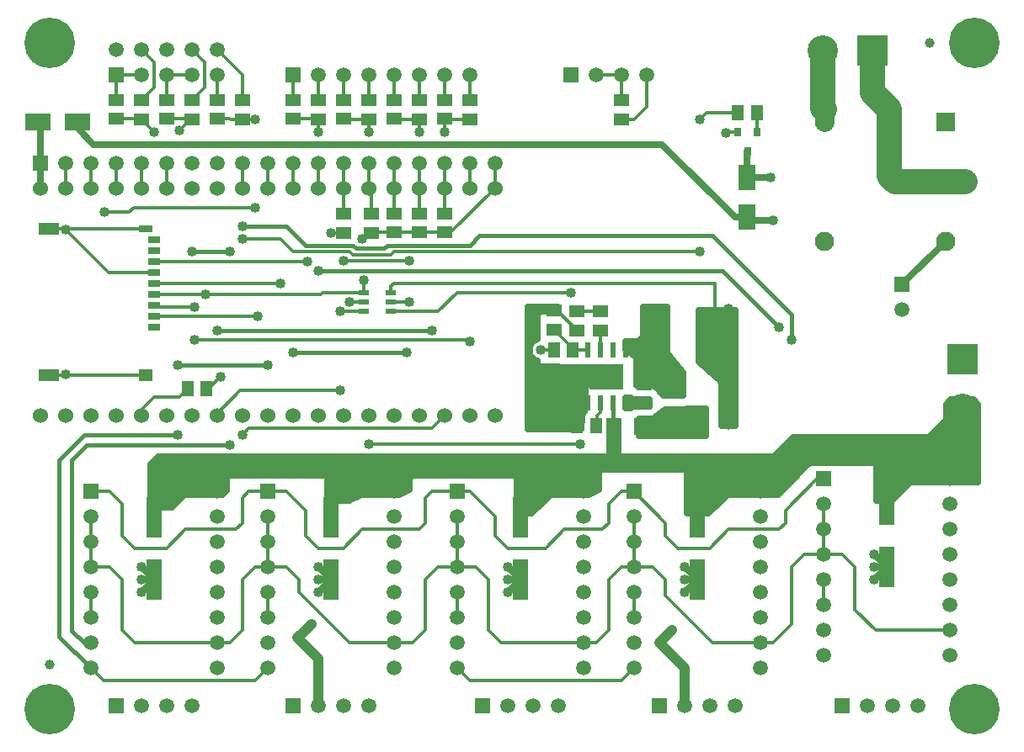
<source format=gbr>
G04 DipTrace 3.3.0.0*
G04 Top.gbr*
%MOIN*%
G04 #@! TF.FileFunction,Copper,L1,Top*
G04 #@! TF.Part,Single*
G04 #@! TA.AperFunction,Conductor*
%ADD13C,0.013*%
%ADD14C,0.016*%
%ADD15C,0.012008*%
%ADD16C,0.012*%
G04 #@! TA.AperFunction,CopperBalancing*
%ADD17C,0.025*%
G04 #@! TA.AperFunction,Conductor*
%ADD18C,0.015*%
%ADD19C,0.1*%
G04 #@! TA.AperFunction,ViaPad*
%ADD20C,0.04*%
G04 #@! TA.AperFunction,Conductor*
%ADD21C,0.014*%
%ADD22C,0.0121*%
%ADD23C,0.076772*%
%ADD24C,0.0154*%
G04 #@! TA.AperFunction,ComponentPad*
%ADD25C,0.06*%
%ADD27R,0.059055X0.051181*%
%ADD29R,0.062992X0.163386*%
%ADD30R,0.062992X0.070866*%
%ADD32R,0.066929X0.098425*%
%ADD34R,0.098425X0.066929*%
%ADD36C,0.03937*%
G04 #@! TA.AperFunction,ComponentPad*
%ADD37R,0.059055X0.059055*%
%ADD38C,0.059055*%
%ADD39R,0.051181X0.027559*%
%ADD40R,0.07874X0.047244*%
%ADD41R,0.055118X0.047244*%
%ADD42R,0.055118X0.031496*%
G04 #@! TA.AperFunction,ComponentPad*
%ADD43C,0.076772*%
%ADD44R,0.076772X0.076772*%
%ADD45R,0.09252X0.137795*%
G04 #@! TA.AperFunction,ComponentPad*
%ADD46C,0.2*%
%ADD47R,0.031496X0.035433*%
%ADD48R,0.051181X0.059055*%
G04 #@! TA.AperFunction,ComponentPad*
%ADD49R,0.12X0.12*%
%ADD50C,0.12*%
%ADD51R,0.059X0.059*%
%ADD52C,0.059*%
%ADD54R,0.043307X0.023622*%
%ADD56R,0.024016X0.062992*%
%ADD57R,0.138189X0.10315*%
G04 #@! TA.AperFunction,ViaPad*
%ADD59C,0.03*%
%FSLAX26Y26*%
G04*
G70*
G90*
G75*
G01*
G04 Top*
%LPD*%
X694016Y1294016D2*
D13*
Y1194016D1*
Y1094016D1*
X769016D1*
X819016Y1044016D1*
Y844016D1*
X869016Y794016D1*
X1194016D1*
X1244016D1*
X1294016Y844016D1*
Y1044016D1*
X1344016Y1094016D1*
X1394016D1*
Y1194016D1*
Y1294016D1*
Y1094016D2*
X1469016D1*
X1519016Y1044016D1*
Y994016D1*
X1719016Y794016D1*
X1894016D1*
X1969016D1*
X2019016Y844016D1*
Y1044016D1*
X2069016Y1094016D1*
X2144016D1*
Y1194016D1*
Y1294016D1*
Y1094016D2*
X2219016D1*
X2269016Y1044016D1*
Y844016D1*
X2319016Y794016D1*
X2644016D1*
X2694016D1*
X2744016Y844016D1*
Y1044016D1*
X2794016Y1094016D1*
X2844016D1*
Y1194016D1*
Y1294016D1*
Y1094016D2*
X2919016D1*
X2969016Y1044016D1*
Y981516D1*
X3156516Y794016D1*
X3344016D1*
X3394016D1*
X3469016Y869016D1*
Y1094016D1*
X3519016Y1144016D1*
X3594016D1*
Y1244016D1*
Y1344016D1*
Y1144016D2*
X3669016D1*
X3719016Y1094016D1*
Y925265D1*
X3800265Y844016D1*
X4094016D1*
X2294016Y2594016D2*
Y2694016D1*
X1894016Y2419213D2*
X1994016D1*
X2094016D1*
X2119213D1*
X2294016Y2594016D1*
X943992Y2173686D2*
D15*
X1149615D1*
X1604937D1*
X1612766Y2181516D1*
X1775266D1*
Y2231516D1*
X1769016Y2394016D2*
X1781516D1*
Y2406516D1*
X1794213Y2419213D1*
X1894016D1*
X1153190Y1799523D2*
D16*
X1159823D1*
X1208797Y1848497D1*
X2476724Y1953570D2*
X2528724D1*
X3293064Y2479589D2*
D17*
Y2469016D1*
X3394016D1*
X1881566Y2181516D2*
D16*
Y2206566D1*
X1894016Y2219016D1*
X3163660D1*
Y2055430D1*
X3906516Y2213701D2*
D17*
X4077776Y2384665D1*
X642694Y2858130D2*
Y2832837D1*
X706516Y2769016D1*
X2956516D1*
X3245942Y2479589D1*
X3293064D1*
X2528724Y2109570D2*
D16*
X2541724D1*
X2619724Y2031570D1*
X3844016Y1094016D2*
D17*
X3794016Y1144016D1*
X3844016Y1094016D2*
X3794016D1*
X3844016D2*
X3794016Y1044016D1*
X3094016D2*
X3044016Y1094016D1*
X3094016Y1044016D2*
X3044016D1*
X3094016D2*
X3044016Y994016D1*
X2394016Y1044016D2*
X2344016Y1094016D1*
X2394016Y1044016D2*
X2344016D1*
X2394016D2*
X2344016Y994016D1*
X1644016Y1044016D2*
X1594016Y1094016D1*
X1644016Y1044016D2*
X1594016D1*
X1644016D2*
X1594016Y994016D1*
X944016Y1044016D2*
X894016Y1094016D1*
X944016Y1044016D2*
X894016D1*
X944016D2*
X894016Y994016D1*
X994016Y2594016D2*
D13*
Y2694016D1*
X528638Y2433529D2*
D15*
X592003D1*
X594016Y2431516D1*
X1694016Y2419016D2*
X1644016D1*
X1775266Y2144114D2*
X1719114D1*
X1719016Y2144016D1*
X894016Y2943819D2*
D16*
X944016Y2993819D1*
Y3094016D1*
X894016Y3144016D1*
X1094016Y2943819D2*
X1144016Y2993819D1*
Y3094016D1*
X1094016Y3144016D1*
X2794016Y2869016D2*
X2844016D1*
X2894016Y2919016D1*
Y3044016D1*
X910528Y2433529D2*
X596029D1*
X594016Y2431516D1*
X943992Y2260301D2*
X765231D1*
X594016Y2431516D1*
X3256713Y2819016D2*
X3212717D1*
X3208976Y2815276D1*
X1594016Y2943819D2*
Y3044016D1*
X2194016Y2943819D2*
Y3044016D1*
X1794016Y2943819D2*
Y3044016D1*
X1994016Y2943819D2*
Y3044016D1*
X528638Y1855576D2*
D15*
X593076D1*
X594016Y1856516D1*
X910528Y1855576D2*
D16*
X594955D1*
X594016Y1856516D1*
X1294016Y2943819D2*
Y3044016D1*
X1194016Y3144016D1*
X694016Y794016D2*
D18*
X667244D1*
X619016Y842244D1*
Y1519016D1*
X679055Y1579055D1*
X1244016D1*
Y2344016D2*
X1094016D1*
X1394016Y694016D2*
D13*
X1344016Y644016D1*
X744016D1*
X694016Y694016D1*
X1394016Y2594016D2*
Y2694016D1*
Y1894016D2*
D18*
X1039685D1*
Y1618425D2*
X668425D1*
X569016Y1519016D1*
Y819016D1*
X694016Y694016D1*
Y894016D2*
D13*
Y994016D1*
X4156516Y2620886D2*
D19*
X3879646D1*
X3856516Y2644016D1*
Y2906516D1*
X3790079Y2972953D1*
Y3142441D1*
X2631516Y1581516D2*
D16*
X1794016D1*
X2144016Y694016D2*
D13*
X2194016Y644016D1*
X2794016D1*
X2844016Y694016D1*
X1494016Y2594016D2*
Y2694016D1*
X1944016Y1944016D2*
D18*
X1494016D1*
X2844016Y894016D2*
D13*
Y994016D1*
X3044016Y544016D2*
D20*
Y694016D1*
X2944016Y794016D1*
X2973752Y823752D1*
X2994016Y844016D1*
X2973752Y823752D2*
D15*
X2969016Y819016D1*
X1594016Y544016D2*
D20*
Y731516D1*
X1512766Y812766D1*
X1538907Y838907D1*
X1569016Y869016D1*
X1538907Y838907D2*
D15*
X1544016Y844016D1*
X1881566Y2106713D2*
D16*
X2069213D1*
X2144016Y2181516D1*
X2594016D1*
X1294016Y2594016D2*
D13*
Y2694016D1*
X3469016Y1994016D2*
D14*
Y2094016D1*
X3156516Y2406516D1*
X2231516D1*
X2194016Y2369016D1*
X1869016D1*
X1856516Y2356516D1*
X1744016D1*
X1731516Y2369016D1*
X1544016D1*
X1469016Y2444016D1*
X1294016D1*
X2194016Y2869016D2*
D13*
X2094213D1*
X2094016Y2869213D1*
Y2494016D2*
Y2594016D1*
Y2694016D1*
Y2869213D2*
D16*
Y2819016D1*
X1994016Y2869016D2*
D13*
X1894213D1*
X1894016Y2869213D1*
X1994016Y2494016D2*
Y2594016D1*
Y2694016D1*
Y2869016D2*
D16*
Y2819016D1*
X1194016Y2944016D2*
D21*
Y3044016D1*
X1594016Y2594016D2*
D13*
Y2694016D1*
X3419016Y2044016D2*
D14*
X3194016Y2269016D1*
X1594016D1*
X1694016Y2594016D2*
D13*
Y2694016D1*
Y2493819D2*
D15*
Y2594016D1*
Y2306516D2*
X1956516D1*
Y2144114D2*
X1881566D1*
X1694016Y2944016D2*
D16*
Y3044016D1*
X1894016Y2494016D2*
D13*
Y2594016D1*
Y2694016D1*
X1794016Y2869016D2*
X1694213D1*
X1694016Y2869213D1*
X1794016Y2869016D2*
D16*
Y2819016D1*
X1294016Y2394016D2*
X1444016D1*
X1494016Y2344016D1*
X1719016D1*
X1731516Y2331516D1*
X1881516D1*
X1894016Y2344016D1*
X3106516D1*
Y2869016D2*
X3131516Y2894016D1*
X3256516D1*
X2194016Y1987766D2*
D15*
X2188408Y1993374D1*
X1105243D1*
Y2125265D2*
X949106D1*
X943992Y2130379D1*
Y2087072D2*
X1356516D1*
X1194016Y2869213D2*
D13*
X1294016Y2869016D1*
D22*
X1344016D1*
Y2519016D2*
X865472D1*
X846772Y2500315D1*
X748346D1*
X943992Y2303608D2*
D15*
X1550265D1*
X794016Y2869213D2*
D13*
X893819D1*
X894016Y2869016D1*
D15*
X944016Y2819016D1*
X894016Y1694016D2*
D16*
Y1717352D1*
X944230Y1767566D1*
X1046430D1*
X1078387Y1799523D1*
X1775266Y2106713D2*
D15*
X1681516D1*
Y1794016D2*
X1286007D1*
X1194016Y1702024D1*
Y1694016D1*
X494016Y2594016D2*
D17*
Y2694016D1*
Y2858130D1*
X485214D1*
X1394016Y894016D2*
D13*
Y994016D1*
X2194016Y2594016D2*
Y2694016D1*
X2144016Y894016D2*
Y994016D1*
X1894016Y2944016D2*
D16*
Y3044016D1*
X2094016Y2944016D2*
Y3044016D1*
X1794016Y2594016D2*
D13*
Y2694016D1*
X1494016Y2869213D2*
X1593819D1*
X1594016Y2869016D1*
Y2819016D2*
D16*
Y2869016D1*
X1806516Y2493819D2*
Y2594016D1*
X1794016D1*
X1494016Y2944016D2*
Y3044016D1*
X3331516Y2819016D2*
D15*
Y2893819D1*
X3331319Y2894016D1*
X794016Y2944016D2*
D21*
Y3044016D1*
X894016D1*
X2694016D2*
D16*
X2794016D1*
Y2943819D1*
X994016Y2869213D2*
D13*
X1093819D1*
X1094016Y2869016D1*
D15*
Y2875265D1*
X1044016Y2825265D1*
X1294016Y1619016D2*
D16*
X1319016Y1644016D1*
X2044016D1*
X2094016Y1694016D1*
X2044016Y2031516D2*
D18*
X1194016D1*
X994016Y2944016D2*
D21*
Y3044016D1*
X1094016D1*
X3594016Y944016D2*
D13*
Y1044016D1*
X943992Y2216993D2*
D15*
X1444016D1*
X3386142Y2638110D2*
D17*
X3385101Y2637070D1*
X3293064D1*
Y2739226D1*
X3294114Y2740276D1*
X794016Y2594016D2*
D13*
Y2694016D1*
X694016Y2594016D2*
Y2694016D1*
X594016Y2594016D2*
Y2694016D1*
X2710724Y2031570D2*
D16*
Y1955812D1*
X2710354Y1955442D1*
X2619724Y2106373D2*
X2710724D1*
X3593228Y3142441D2*
D19*
Y2910354D1*
X3597461Y2906122D1*
D23*
Y2857106D1*
X2710354Y1742844D2*
D16*
Y1706199D1*
X2697724Y1693570D1*
Y1657766D1*
X2694528Y1654570D1*
X2660354Y1955442D2*
X2605400D1*
X2603528Y1953570D1*
Y1959963D1*
X2528724Y2034766D1*
X3594016Y1444016D2*
X3569016D1*
X3444016Y1319016D1*
Y1269016D1*
X3419016Y1244016D1*
X3219016D1*
X3144016Y1169016D1*
X3019016D1*
X2969016Y1219016D1*
Y1269016D1*
X2844016Y1394016D1*
X2794016D1*
X2744016Y1344016D1*
Y1269016D1*
X2719016Y1244016D1*
X2569016D1*
X2494016Y1169016D1*
X2344016D1*
X2294016Y1219016D1*
Y1294016D1*
X2194016Y1394016D1*
X2144016D1*
X2044016D1*
X2019016Y1369016D1*
Y1269016D1*
X1994016Y1244016D1*
X1769016D1*
X1694016Y1169016D1*
X1594016D1*
X1544016Y1219016D1*
Y1319016D1*
X1469016Y1394016D1*
X1394016D1*
X1319016D1*
X1294016Y1369016D1*
Y1269016D1*
X1269016Y1244016D1*
X1069016D1*
X994016Y1169016D1*
X869016D1*
X819016Y1219016D1*
Y1344016D1*
X769016Y1394016D1*
X694016D1*
X894016Y2594016D2*
D13*
Y2694016D1*
X2760354Y1742844D2*
D24*
Y1655941D1*
X2765530Y1650765D1*
D25*
Y1512126D1*
X3094016D1*
Y1292047D1*
D20*
X1775266Y2231516D3*
X1769016Y2394016D3*
X1208797Y1848497D3*
X1149615Y2173686D3*
X3394016Y2469016D3*
D3*
X1244016Y1579055D3*
Y2344016D3*
X1094016D3*
X1394016Y1894016D3*
X1039685D3*
Y1618425D3*
X2631516Y1581516D3*
X1794016D3*
X1944016Y1944016D3*
X1494016D3*
X2944016Y794016D3*
X1512766Y812766D3*
X2594016Y2181516D3*
X3469016Y1994016D3*
X1294016Y2444016D3*
X3419016Y2044016D3*
X1594016Y2269016D3*
X1694016Y2306516D3*
X1956516D3*
Y2144114D3*
X1294016Y2394016D3*
X3106516Y2344016D3*
Y2869016D3*
X2194016Y1987766D3*
X1105243Y1993374D3*
Y2125265D3*
X1356516Y2087072D3*
X1344016Y2869016D3*
Y2519016D3*
X748346Y2500315D3*
X1550265Y2303608D3*
X944016Y2819016D3*
X1681516Y2106713D3*
Y1794016D3*
X1594016Y2819016D3*
X1044016Y2825265D3*
X1294016Y1619016D3*
X2044016Y2031516D3*
X1194016D3*
X1444016Y2216993D3*
X3386142Y2638110D3*
X1569016Y869016D3*
X2994016Y844016D3*
D59*
X2775724Y1875570D3*
Y1849570D3*
Y1823570D3*
X2736724Y1875570D3*
Y1849570D3*
Y1823570D3*
X2697724Y1875570D3*
Y1849570D3*
Y1823570D3*
X3127016Y1628016D3*
X3088016D3*
D20*
X2476724Y1953570D3*
X3219016Y2069016D3*
Y1656516D3*
X1594016Y1094016D3*
Y1044016D3*
Y994016D3*
X894016Y1094016D3*
Y1044016D3*
Y994016D3*
X2344016Y1094016D3*
Y1044016D3*
Y994016D3*
X3044016Y1094016D3*
Y1044016D3*
Y994016D3*
X3794016Y1144016D3*
Y1094016D3*
Y1044016D3*
X3219016Y2119016D3*
X594016Y2431516D3*
Y1856516D3*
X3208976Y2815276D3*
X1644016Y2419016D3*
X1719016Y2144016D3*
X1544016Y844016D3*
X2969016Y819016D3*
X1794016Y2819016D3*
X1994016D3*
X2094016D3*
X3102982Y2084647D2*
D17*
X3242021D1*
X3102945Y2059778D2*
X3242021D1*
X3102909Y2034909D2*
X3242021D1*
X3102874Y2010041D2*
X3242021D1*
X3102837Y1985172D2*
X3242021D1*
X3102837Y1960303D2*
X3242021D1*
X3102802Y1935434D2*
X3242021D1*
X3102766Y1910566D2*
X3242021D1*
X3127239Y1885697D2*
X3242021D1*
X3156413Y1860828D2*
X3242021D1*
X3185587Y1835959D2*
X3242021D1*
X3194020Y1811091D2*
X3242021D1*
X3194020Y1786222D2*
X3242021D1*
X3194020Y1761353D2*
X3242021D1*
X3194020Y1736484D2*
X3242021D1*
X3194020Y1711615D2*
X3242021D1*
X3194020Y1686747D2*
X3242021D1*
X3194020Y1661878D2*
X3242021D1*
X3244492Y2109516D2*
X3100525D1*
X3100255Y1906516D1*
X3188512Y1831144D1*
X3190147Y1828703D1*
X3191167Y1825948D1*
X3191516Y1823026D1*
Y1653534D1*
X3244504Y1653516D1*
X3244516Y2109484D1*
X2884014Y2100387D2*
X2972744D1*
X2884014Y2075518D2*
X2972744D1*
X2884014Y2050650D2*
X2972744D1*
X2884014Y2025781D2*
X2972744D1*
X2877340Y2000912D2*
X2972744D1*
X2815297Y1976043D2*
X2972744D1*
X2823012Y1951175D2*
X2972744D1*
X2857854Y1926306D2*
X2983760D1*
X2859039Y1901437D2*
X3004466D1*
X2859039Y1876568D2*
X3025206D1*
X2859039Y1851699D2*
X3035255D1*
X2859039Y1826831D2*
X3035255D1*
X2937517Y1801962D2*
X3035255D1*
X2962386Y1777093D2*
X3035255D1*
X2975259Y1944062D2*
Y2125277D1*
X2881505Y2125256D1*
X2881367Y2010814D1*
X2880570Y2007986D1*
X2879134Y2005421D1*
X2872861Y1998930D1*
X2863870Y1990157D1*
X2861306Y1988722D1*
X2858478Y1987924D1*
X2847336Y1987770D1*
X2812780D1*
X2812778Y1956743D1*
X2852791Y1927938D1*
X2854629Y1925646D1*
X2855881Y1922987D1*
X2856476Y1920110D1*
X2856524Y1812776D1*
X2920971Y1812638D1*
X2923799Y1811840D1*
X2926364Y1810404D1*
X2934350Y1802634D1*
X2961685Y1775299D1*
X3037718Y1775295D1*
X3037752Y1864514D1*
X2977022Y1937625D1*
X2975824Y1940308D1*
X2975286Y1943201D1*
X2945252Y1694647D2*
X3125020D1*
X2869034Y1669778D2*
X3125020D1*
X2869034Y1644909D2*
X3125020D1*
X2869034Y1620041D2*
X3125020D1*
X2942752Y1697938D2*
Y1689676D1*
X2933100D1*
X2925717Y1683500D1*
X2923067Y1682227D1*
X2920196Y1681608D1*
X2866508Y1680714D1*
X2866516Y1614537D1*
X3127490Y1614516D1*
X3127516Y1719465D1*
X2967411Y1719060D1*
X2942752Y1697934D1*
X2426743Y2098201D2*
X2461035D1*
X2426743Y2073332D2*
X2460318D1*
X2426743Y2048463D2*
X2460318D1*
X2426743Y2023594D2*
X2460318D1*
X2426743Y1998726D2*
X2460318D1*
X2426743Y1924119D2*
X2438269D1*
X2426743Y1899251D2*
X2460354D1*
X2426743Y1874382D2*
X2785285D1*
X2426743Y1849513D2*
X2785285D1*
X2426743Y1824644D2*
X2785285D1*
X2426743Y1799776D2*
X2647777D1*
X2426743Y1774907D2*
X2647777D1*
X2426743Y1750038D2*
X2647777D1*
X2426743Y1725169D2*
X2647777D1*
X2426743Y1700301D2*
X2639954D1*
X2426743Y1675432D2*
X2634285D1*
X2426743Y1650563D2*
X2632382D1*
X2642437Y1700058D2*
Y1710597D1*
X2647713D1*
X2650293Y1721987D1*
X2650446Y1808496D1*
X2651244Y1811324D1*
X2652680Y1813888D1*
X2654675Y1816046D1*
X2657118Y1817678D1*
X2659874Y1818696D1*
X2662793Y1819041D1*
X2787777D1*
X2787778Y1881790D1*
X2473357Y1887934D1*
X2470529Y1888732D1*
X2467965Y1890168D1*
X2465807Y1892163D1*
X2464175Y1894606D1*
X2463157Y1897362D1*
X2462812Y1900281D1*
Y1909217D1*
X2455614Y1912138D1*
X2449392Y1915950D1*
X2443844Y1920689D1*
X2439105Y1926238D1*
X2435293Y1932459D1*
X2432500Y1939201D1*
X2430797Y1946295D1*
X2430224Y1953570D1*
X2430797Y1960844D1*
X2432500Y1967938D1*
X2435293Y1974680D1*
X2439105Y1980902D1*
X2443844Y1986450D1*
X2449392Y1991189D1*
X2455614Y1995001D1*
X2462808Y1997921D1*
X2462966Y2095966D1*
X2463764Y2098794D1*
X2465199Y2101358D1*
X2467194Y2103516D1*
X2469638Y2105148D1*
X2472394Y2106165D1*
X2475312Y2106510D1*
X2543457D1*
X2542764Y2123037D1*
X2424214Y2123070D1*
X2424224Y1641050D1*
X2634171Y1641070D1*
X2638117Y1690629D1*
X2639113Y1693394D1*
X2642436Y1700037D1*
X2815297Y1737925D2*
X2904026D1*
X2832571Y1762794D2*
X2812762D1*
X2812778Y1725307D1*
X2832685Y1725388D1*
X2836676Y1729163D1*
X2839240Y1730598D1*
X2842068Y1731396D1*
X2851522Y1731550D1*
X2906509D1*
X2906516Y1756549D1*
X2842068Y1756698D1*
X2839240Y1757496D1*
X2836676Y1758932D1*
X2832592Y1762798D1*
X4084020Y1731647D2*
X4204004D1*
X4084020Y1706778D2*
X4204004D1*
X4084020Y1681909D2*
X4204004D1*
X4064894Y1657041D2*
X4204004D1*
X4040277Y1632172D2*
X4204004D1*
X3992442Y1607303D2*
X4204004D1*
X3452601Y1582434D2*
X4204004D1*
X3427734Y1557566D2*
X4204004D1*
X3402866Y1532697D2*
X4204004D1*
X940493Y1507828D2*
X4204004D1*
X934034Y1482959D2*
X3512766D1*
X3809003D2*
X4204004D1*
X934034Y1458091D2*
X2704009D1*
X3059024D2*
X3487899D1*
X3809003D2*
X4204004D1*
X934034Y1433222D2*
X1229025D1*
X1634026D2*
X1954030D1*
X2384007D2*
X2704009D1*
X3059024D2*
X3463031D1*
X3809003D2*
X4204004D1*
X934034Y1408353D2*
X1229025D1*
X1634026D2*
X1954030D1*
X2384007D2*
X2704009D1*
X3059024D2*
X3438164D1*
X3809003D2*
X3913163D1*
X934034Y1383484D2*
X1213308D1*
X1634026D2*
X1917500D1*
X2384007D2*
X2667514D1*
X3059024D2*
X3413295D1*
X3809003D2*
X3888295D1*
X934034Y1358615D2*
X1038445D1*
X1634026D2*
X1717768D1*
X2384007D2*
X2488453D1*
X3059024D2*
X3188446D1*
X3809003D2*
X3863427D1*
X934034Y1333747D2*
X1013577D1*
X2384007D2*
X2463585D1*
X3059024D2*
X3163577D1*
X2384007Y1308878D2*
X2438718D1*
X3059024D2*
X3138710D1*
X4206516Y1719051D2*
Y1738812D1*
X4188860Y1756495D1*
X4099197Y1756516D1*
X4081537Y1738860D1*
X4081371Y1679623D1*
X4080589Y1676791D1*
X4079167Y1674220D1*
X4071437Y1666193D1*
X4015324Y1609728D1*
X4012762Y1608289D1*
X4009936Y1607487D1*
X3998794Y1607316D1*
X3474189Y1606524D1*
X3401364Y1533903D1*
X3398799Y1532467D1*
X3395971Y1531669D1*
X3384829Y1531516D1*
X961697D1*
X931522Y1501345D1*
X931516Y1331509D1*
X1013835Y1331516D1*
X1061668Y1379129D1*
X1064232Y1380564D1*
X1067060Y1381362D1*
X1078202Y1381516D1*
X1213812D1*
X1231495Y1399172D1*
X1231669Y1445971D1*
X1232467Y1448799D1*
X1233903Y1451364D1*
X1235898Y1453521D1*
X1238341Y1455154D1*
X1241097Y1456171D1*
X1244016Y1456516D1*
X1620971Y1456362D1*
X1623799Y1455564D1*
X1626364Y1454129D1*
X1628521Y1452134D1*
X1630154Y1449690D1*
X1631171Y1446934D1*
X1631516Y1444016D1*
Y1356495D1*
X1716060Y1356516D1*
X1765154Y1380904D1*
X1768035Y1381478D1*
X1916056Y1381516D1*
X1956530Y1401748D1*
X1956669Y1445971D1*
X1957467Y1448799D1*
X1958903Y1451364D1*
X1960898Y1453521D1*
X1963341Y1455154D1*
X1966097Y1456171D1*
X1969016Y1456516D1*
X2370971Y1456362D1*
X2373799Y1455564D1*
X2376364Y1454129D1*
X2378521Y1452134D1*
X2380154Y1449690D1*
X2381171Y1446934D1*
X2381516Y1444016D1*
Y1306543D1*
X2438811Y1306516D1*
X2511668Y1379129D1*
X2514232Y1380564D1*
X2517060Y1381362D1*
X2528202Y1381516D1*
X2666056D1*
X2706530Y1401748D1*
X2706669Y1470971D1*
X2707467Y1473799D1*
X2708903Y1476364D1*
X2710898Y1478521D1*
X2713341Y1480154D1*
X2716097Y1481171D1*
X2719016Y1481516D1*
X3045971Y1481362D1*
X3048799Y1480564D1*
X3051364Y1479129D1*
X3053521Y1477134D1*
X3055154Y1474690D1*
X3056171Y1471934D1*
X3056516Y1469016D1*
Y1306496D1*
X3138835Y1306516D1*
X3211668Y1379129D1*
X3214232Y1380564D1*
X3217060Y1381362D1*
X3228202Y1381516D1*
X3413839D1*
X3536668Y1504129D1*
X3539232Y1505564D1*
X3542060Y1506362D1*
X3553202Y1506516D1*
X3795971Y1506362D1*
X3798799Y1505564D1*
X3801364Y1504129D1*
X3803521Y1502134D1*
X3805154Y1499690D1*
X3806171Y1496934D1*
X3806516Y1494016D1*
Y1356543D1*
X3863811Y1356516D1*
X3936668Y1429129D1*
X3939232Y1430564D1*
X3942060Y1431362D1*
X3953202Y1431516D1*
X4206509D1*
X4206516Y1719020D1*
D27*
X2886724Y1816570D3*
Y1741766D3*
D29*
X944016Y1044016D3*
Y1292047D3*
X1644016Y1044016D3*
Y1292047D3*
X2394016Y1044016D3*
Y1292047D3*
X3094016Y1044016D3*
Y1292047D3*
X3844016Y1094016D3*
Y1342047D3*
D27*
X1794016Y2869016D3*
Y2943819D3*
X1994016Y2869016D3*
Y2943819D3*
X2194016Y2869016D3*
Y2943819D3*
X894016Y2869016D3*
Y2943819D3*
X1094016Y2869016D3*
Y2943819D3*
X1294016Y2869016D3*
Y2943819D3*
X1594016Y2869016D3*
Y2943819D3*
D30*
X2875766Y1650765D3*
X2765530D3*
D27*
X2710724Y2031570D3*
Y2106373D3*
D30*
X3106516Y1694016D3*
X3216752D3*
D32*
X3003724Y1830534D3*
Y1673054D3*
X3293064Y2479589D3*
Y2637070D3*
D34*
X485214Y2858130D3*
X642694D3*
D36*
X531811Y708976D3*
D37*
X1494016Y3044016D3*
D38*
X1594016D3*
X1694016D3*
X1794016D3*
X1894016D3*
X1994016D3*
X2094016D3*
X2194016D3*
D37*
X794016Y544016D3*
D38*
X894016D3*
X994016D3*
X1094016D3*
D37*
X1494016D3*
D38*
X1594016D3*
X1694016D3*
X1794016D3*
D37*
X2244016D3*
D38*
X2344016D3*
X2444016D3*
X2544016D3*
D37*
X2944016D3*
D38*
X3044016D3*
X3144016D3*
X3244016D3*
D37*
X3669016D3*
D38*
X3769016D3*
X3869016D3*
X3969016D3*
D37*
X2594016Y3044016D3*
D38*
X2694016D3*
X2794016D3*
X2894016D3*
D37*
X794016D3*
D38*
Y3144016D3*
X894016Y3044016D3*
Y3144016D3*
X994016Y3044016D3*
Y3144016D3*
X1094016Y3044016D3*
Y3144016D3*
X1194016Y3044016D3*
Y3144016D3*
D37*
X494016Y2694016D3*
D38*
X594016D3*
X694016D3*
X794016D3*
X894016D3*
X994016D3*
X1094016D3*
X1194016D3*
X1294016D3*
X1394016D3*
X1494016D3*
X1594016D3*
X1694016D3*
X1794016D3*
X1894016D3*
X1994016D3*
X2094016D3*
X2194016D3*
X2294016D3*
D37*
X3906516Y2213701D3*
D38*
Y2113701D3*
D39*
X943992Y2043765D3*
Y2087072D3*
Y2130379D3*
Y2173686D3*
Y2216993D3*
Y2260301D3*
Y2303608D3*
Y2346915D3*
Y2390222D3*
D40*
X528638Y1855576D3*
D41*
X910528D3*
D42*
Y2433529D3*
D40*
X528638D3*
D43*
X4156516Y2620886D3*
D44*
X4077776Y2857106D3*
D43*
Y2384665D3*
X3597461Y2857106D3*
Y2384665D3*
D45*
X2925471Y2055430D3*
X3163660D3*
D46*
X531811Y531811D3*
X4193228D3*
Y3169606D3*
X531811D3*
D47*
X3331516Y2819016D3*
X3256713D3*
X3294114Y2740276D3*
D27*
X1694016Y2419016D3*
Y2493819D3*
X1894016Y2494016D3*
Y2419213D3*
X1994016Y2494016D3*
Y2419213D3*
X2094016Y2494016D3*
Y2419213D3*
D48*
X2619724Y1654570D3*
X2694528D3*
D27*
X2619724Y2031570D3*
Y2106373D3*
X1694016Y2944016D3*
Y2869213D3*
X1894016Y2944016D3*
Y2869213D3*
X2094016Y2944016D3*
Y2869213D3*
X794016Y2944016D3*
Y2869213D3*
X994016Y2944016D3*
Y2869213D3*
X1194016Y2944016D3*
Y2869213D3*
X1494016Y2944016D3*
Y2869213D3*
D48*
X3256516Y2894016D3*
X3331319D3*
D27*
X2528724Y2109570D3*
Y2034766D3*
D48*
Y1953570D3*
X2603528D3*
D27*
X2794016Y2869016D3*
Y2943819D3*
X1806516Y2493819D3*
Y2419016D3*
D48*
X1153190Y1799523D3*
X1078387D3*
D49*
X4144016Y1919016D3*
D50*
Y1722165D3*
D49*
X3790079Y3142441D3*
D50*
X3593228D3*
D25*
X494016Y2594016D3*
X594016D3*
X694016D3*
X794016D3*
X894016D3*
X994016D3*
X1094016D3*
X1194016D3*
X1294016D3*
X1394016D3*
X1494016D3*
X1594016D3*
X1694016D3*
X1794016D3*
X1894016D3*
X1994016D3*
X2094016D3*
X2194016D3*
X2294016D3*
X494016Y1694016D3*
X594016D3*
X694016D3*
X794016D3*
X894016D3*
X994016D3*
X1094016D3*
X1194016D3*
X1294016D3*
X1394016D3*
X1494016D3*
X1594016D3*
X1694016D3*
X1794016D3*
X1894016D3*
X1994016D3*
X2094016D3*
X2194016D3*
X2294016D3*
D51*
X694016Y1394016D3*
D52*
Y1294016D3*
Y1194016D3*
Y1094016D3*
Y994016D3*
Y894016D3*
Y794016D3*
Y694016D3*
X1194016D3*
Y794016D3*
Y894016D3*
Y994016D3*
Y1094016D3*
Y1194016D3*
Y1294016D3*
Y1394016D3*
D51*
X1394016D3*
D52*
Y1294016D3*
Y1194016D3*
Y1094016D3*
Y994016D3*
Y894016D3*
Y794016D3*
Y694016D3*
X1894016D3*
Y794016D3*
Y894016D3*
Y994016D3*
Y1094016D3*
Y1194016D3*
Y1294016D3*
Y1394016D3*
D51*
X2144016D3*
D52*
Y1294016D3*
Y1194016D3*
Y1094016D3*
Y994016D3*
Y894016D3*
Y794016D3*
Y694016D3*
X2644016D3*
Y794016D3*
Y894016D3*
Y994016D3*
Y1094016D3*
Y1194016D3*
Y1294016D3*
Y1394016D3*
D51*
X2844016D3*
D52*
Y1294016D3*
Y1194016D3*
Y1094016D3*
Y994016D3*
Y894016D3*
Y794016D3*
Y694016D3*
X3344016D3*
Y794016D3*
Y894016D3*
Y994016D3*
Y1094016D3*
Y1194016D3*
Y1294016D3*
Y1394016D3*
D51*
X3594016Y1444016D3*
D52*
Y1344016D3*
Y1244016D3*
Y1144016D3*
Y1044016D3*
Y944016D3*
Y844016D3*
Y744016D3*
X4094016D3*
Y844016D3*
Y944016D3*
Y1044016D3*
Y1144016D3*
Y1244016D3*
Y1344016D3*
Y1444016D3*
D54*
X1775266Y2181516D3*
Y2144114D3*
Y2106713D3*
X1881566D3*
Y2144114D3*
Y2181516D3*
D56*
X2810354Y1955442D3*
X2760354D3*
X2710354D3*
X2660354D3*
Y1742844D3*
X2710354D3*
X2760354D3*
X2810354D3*
D57*
X2735354Y1849143D3*
D36*
X4016063Y3169606D3*
M02*

</source>
